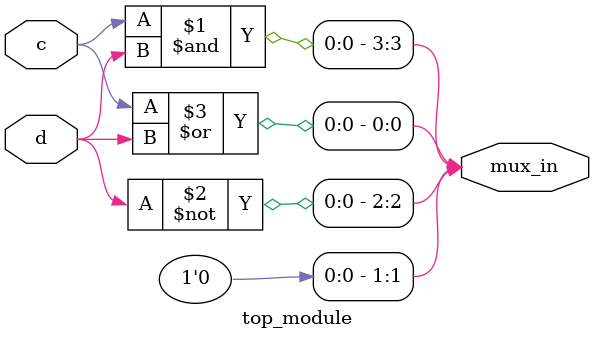
<source format=v>
module top_module (
    input c,
    input d,
    output [3:0] mux_in
);  
   
    assign mux_in[3]=c&d;
    assign mux_in[2]=~d;
    assign mux_in[1]=0;
    assign mux_in[0]=c|d;
    
endmodule

</source>
